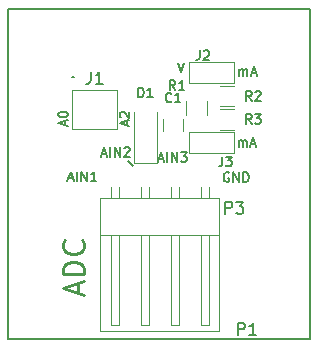
<source format=gbr>
G04 #@! TF.GenerationSoftware,KiCad,Pcbnew,6.0.4-1.fc34*
G04 #@! TF.CreationDate,2023-10-23T18:29:32+02:00*
G04 #@! TF.ProjectId,Microduino_ADC_DE,4d696372-6f64-4756-996e-6f5f4144435f,1.0*
G04 #@! TF.SameCoordinates,Original*
G04 #@! TF.FileFunction,Legend,Top*
G04 #@! TF.FilePolarity,Positive*
%FSLAX46Y46*%
G04 Gerber Fmt 4.6, Leading zero omitted, Abs format (unit mm)*
G04 Created by KiCad (PCBNEW 6.0.4-1.fc34) date 2023-10-23 18:29:32*
%MOMM*%
%LPD*%
G01*
G04 APERTURE LIST*
%ADD10C,0.150000*%
%ADD11C,0.250000*%
%ADD12C,0.120000*%
G04 APERTURE END LIST*
D10*
X138701000Y-62745000D02*
X138701000Y-90675000D01*
X148836000Y-75650000D02*
X149236000Y-76050000D01*
X164241000Y-62745000D02*
X138701000Y-62745000D01*
X144086000Y-68475000D02*
X144261000Y-68475000D01*
X138701000Y-90675000D02*
X164241000Y-90675000D01*
X164241000Y-90675000D02*
X164241000Y-62745000D01*
X143774214Y-77083333D02*
X144155166Y-77083333D01*
X143698023Y-77311904D02*
X143964690Y-76511904D01*
X144231357Y-77311904D01*
X144498023Y-77311904D02*
X144498023Y-76511904D01*
X144878976Y-77311904D02*
X144878976Y-76511904D01*
X145336119Y-77311904D01*
X145336119Y-76511904D01*
X146136119Y-77311904D02*
X145678976Y-77311904D01*
X145907547Y-77311904D02*
X145907547Y-76511904D01*
X145831357Y-76626190D01*
X145755166Y-76702380D01*
X145678976Y-76740476D01*
X153019333Y-67311904D02*
X153286000Y-68111904D01*
X153552666Y-67311904D01*
X151430047Y-75458333D02*
X151811000Y-75458333D01*
X151353857Y-75686904D02*
X151620523Y-74886904D01*
X151887190Y-75686904D01*
X152153857Y-75686904D02*
X152153857Y-74886904D01*
X152534809Y-75686904D02*
X152534809Y-74886904D01*
X152991952Y-75686904D01*
X152991952Y-74886904D01*
X153296714Y-74886904D02*
X153791952Y-74886904D01*
X153525285Y-75191666D01*
X153639571Y-75191666D01*
X153715761Y-75229761D01*
X153753857Y-75267857D01*
X153791952Y-75344047D01*
X153791952Y-75534523D01*
X153753857Y-75610714D01*
X153715761Y-75648809D01*
X153639571Y-75686904D01*
X153411000Y-75686904D01*
X153334809Y-75648809D01*
X153296714Y-75610714D01*
X146585880Y-75033333D02*
X146966833Y-75033333D01*
X146509690Y-75261904D02*
X146776357Y-74461904D01*
X147043023Y-75261904D01*
X147309690Y-75261904D02*
X147309690Y-74461904D01*
X147690642Y-75261904D02*
X147690642Y-74461904D01*
X148147785Y-75261904D01*
X148147785Y-74461904D01*
X148490642Y-74538095D02*
X148528738Y-74500000D01*
X148604928Y-74461904D01*
X148795404Y-74461904D01*
X148871595Y-74500000D01*
X148909690Y-74538095D01*
X148947785Y-74614285D01*
X148947785Y-74690476D01*
X148909690Y-74804761D01*
X148452547Y-75261904D01*
X148947785Y-75261904D01*
X148694333Y-72596428D02*
X148694333Y-72215476D01*
X148922904Y-72672619D02*
X148122904Y-72405952D01*
X148922904Y-72139285D01*
X148199095Y-71910714D02*
X148161000Y-71872619D01*
X148122904Y-71796428D01*
X148122904Y-71605952D01*
X148161000Y-71529761D01*
X148199095Y-71491666D01*
X148275285Y-71453571D01*
X148351476Y-71453571D01*
X148465761Y-71491666D01*
X148922904Y-71948809D01*
X148922904Y-71453571D01*
X158200285Y-74411904D02*
X158200285Y-73878571D01*
X158200285Y-73954761D02*
X158238380Y-73916666D01*
X158314571Y-73878571D01*
X158428857Y-73878571D01*
X158505047Y-73916666D01*
X158543142Y-73992857D01*
X158543142Y-74411904D01*
X158543142Y-73992857D02*
X158581238Y-73916666D01*
X158657428Y-73878571D01*
X158771714Y-73878571D01*
X158847904Y-73916666D01*
X158886000Y-73992857D01*
X158886000Y-74411904D01*
X159228857Y-74183333D02*
X159609809Y-74183333D01*
X159152666Y-74411904D02*
X159419333Y-73611904D01*
X159686000Y-74411904D01*
X158250285Y-68386904D02*
X158250285Y-67853571D01*
X158250285Y-67929761D02*
X158288380Y-67891666D01*
X158364571Y-67853571D01*
X158478857Y-67853571D01*
X158555047Y-67891666D01*
X158593142Y-67967857D01*
X158593142Y-68386904D01*
X158593142Y-67967857D02*
X158631238Y-67891666D01*
X158707428Y-67853571D01*
X158821714Y-67853571D01*
X158897904Y-67891666D01*
X158936000Y-67967857D01*
X158936000Y-68386904D01*
X159278857Y-68158333D02*
X159659809Y-68158333D01*
X159202666Y-68386904D02*
X159469333Y-67586904D01*
X159736000Y-68386904D01*
X157368023Y-76625000D02*
X157291833Y-76586904D01*
X157177547Y-76586904D01*
X157063261Y-76625000D01*
X156987071Y-76701190D01*
X156948976Y-76777380D01*
X156910880Y-76929761D01*
X156910880Y-77044047D01*
X156948976Y-77196428D01*
X156987071Y-77272619D01*
X157063261Y-77348809D01*
X157177547Y-77386904D01*
X157253738Y-77386904D01*
X157368023Y-77348809D01*
X157406119Y-77310714D01*
X157406119Y-77044047D01*
X157253738Y-77044047D01*
X157748976Y-77386904D02*
X157748976Y-76586904D01*
X158206119Y-77386904D01*
X158206119Y-76586904D01*
X158587071Y-77386904D02*
X158587071Y-76586904D01*
X158777547Y-76586904D01*
X158891833Y-76625000D01*
X158968023Y-76701190D01*
X159006119Y-76777380D01*
X159044214Y-76929761D01*
X159044214Y-77044047D01*
X159006119Y-77196428D01*
X158968023Y-77272619D01*
X158891833Y-77348809D01*
X158777547Y-77386904D01*
X158587071Y-77386904D01*
X143494333Y-72596428D02*
X143494333Y-72215476D01*
X143722904Y-72672619D02*
X142922904Y-72405952D01*
X143722904Y-72139285D01*
X142922904Y-71720238D02*
X142922904Y-71644047D01*
X142961000Y-71567857D01*
X142999095Y-71529761D01*
X143075285Y-71491666D01*
X143227666Y-71453571D01*
X143418142Y-71453571D01*
X143570523Y-71491666D01*
X143646714Y-71529761D01*
X143684809Y-71567857D01*
X143722904Y-71644047D01*
X143722904Y-71720238D01*
X143684809Y-71796428D01*
X143646714Y-71834523D01*
X143570523Y-71872619D01*
X143418142Y-71910714D01*
X143227666Y-71910714D01*
X143075285Y-71872619D01*
X142999095Y-71834523D01*
X142961000Y-71796428D01*
X142922904Y-71720238D01*
D11*
X144611000Y-86803571D02*
X144611000Y-85946428D01*
X145125285Y-86975000D02*
X143325285Y-86375000D01*
X145125285Y-85775000D01*
X145125285Y-85175000D02*
X143325285Y-85175000D01*
X143325285Y-84746428D01*
X143411000Y-84489285D01*
X143582428Y-84317857D01*
X143753857Y-84232142D01*
X144096714Y-84146428D01*
X144353857Y-84146428D01*
X144696714Y-84232142D01*
X144868142Y-84317857D01*
X145039571Y-84489285D01*
X145125285Y-84746428D01*
X145125285Y-85175000D01*
X144953857Y-82346428D02*
X145039571Y-82432142D01*
X145125285Y-82689285D01*
X145125285Y-82860714D01*
X145039571Y-83117857D01*
X144868142Y-83289285D01*
X144696714Y-83375000D01*
X144353857Y-83460714D01*
X144096714Y-83460714D01*
X143753857Y-83375000D01*
X143582428Y-83289285D01*
X143411000Y-83117857D01*
X143325285Y-82860714D01*
X143325285Y-82689285D01*
X143411000Y-82432142D01*
X143496714Y-82346428D01*
D10*
X157072904Y-80077380D02*
X157072904Y-79077380D01*
X157453857Y-79077380D01*
X157549095Y-79125000D01*
X157596714Y-79172619D01*
X157644333Y-79267857D01*
X157644333Y-79410714D01*
X157596714Y-79505952D01*
X157549095Y-79553571D01*
X157453857Y-79601190D01*
X157072904Y-79601190D01*
X157977666Y-79077380D02*
X158596714Y-79077380D01*
X158263380Y-79458333D01*
X158406238Y-79458333D01*
X158501476Y-79505952D01*
X158549095Y-79553571D01*
X158596714Y-79648809D01*
X158596714Y-79886904D01*
X158549095Y-79982142D01*
X158501476Y-80029761D01*
X158406238Y-80077380D01*
X158120523Y-80077380D01*
X158025285Y-80029761D01*
X157977666Y-79982142D01*
X152827666Y-69586904D02*
X152561000Y-69205952D01*
X152370523Y-69586904D02*
X152370523Y-68786904D01*
X152675285Y-68786904D01*
X152751476Y-68825000D01*
X152789571Y-68863095D01*
X152827666Y-68939285D01*
X152827666Y-69053571D01*
X152789571Y-69129761D01*
X152751476Y-69167857D01*
X152675285Y-69205952D01*
X152370523Y-69205952D01*
X153589571Y-69586904D02*
X153132428Y-69586904D01*
X153361000Y-69586904D02*
X153361000Y-68786904D01*
X153284809Y-68901190D01*
X153208619Y-68977380D01*
X153132428Y-69015476D01*
X159277666Y-70511904D02*
X159011000Y-70130952D01*
X158820523Y-70511904D02*
X158820523Y-69711904D01*
X159125285Y-69711904D01*
X159201476Y-69750000D01*
X159239571Y-69788095D01*
X159277666Y-69864285D01*
X159277666Y-69978571D01*
X159239571Y-70054761D01*
X159201476Y-70092857D01*
X159125285Y-70130952D01*
X158820523Y-70130952D01*
X159582428Y-69788095D02*
X159620523Y-69750000D01*
X159696714Y-69711904D01*
X159887190Y-69711904D01*
X159963380Y-69750000D01*
X160001476Y-69788095D01*
X160039571Y-69864285D01*
X160039571Y-69940476D01*
X160001476Y-70054761D01*
X159544333Y-70511904D01*
X160039571Y-70511904D01*
X152502666Y-70560714D02*
X152464571Y-70598809D01*
X152350285Y-70636904D01*
X152274095Y-70636904D01*
X152159809Y-70598809D01*
X152083619Y-70522619D01*
X152045523Y-70446428D01*
X152007428Y-70294047D01*
X152007428Y-70179761D01*
X152045523Y-70027380D01*
X152083619Y-69951190D01*
X152159809Y-69875000D01*
X152274095Y-69836904D01*
X152350285Y-69836904D01*
X152464571Y-69875000D01*
X152502666Y-69913095D01*
X153264571Y-70636904D02*
X152807428Y-70636904D01*
X153036000Y-70636904D02*
X153036000Y-69836904D01*
X152959809Y-69951190D01*
X152883619Y-70027380D01*
X152807428Y-70065476D01*
X149695523Y-70211904D02*
X149695523Y-69411904D01*
X149886000Y-69411904D01*
X150000285Y-69450000D01*
X150076476Y-69526190D01*
X150114571Y-69602380D01*
X150152666Y-69754761D01*
X150152666Y-69869047D01*
X150114571Y-70021428D01*
X150076476Y-70097619D01*
X150000285Y-70173809D01*
X149886000Y-70211904D01*
X149695523Y-70211904D01*
X150914571Y-70211904D02*
X150457428Y-70211904D01*
X150686000Y-70211904D02*
X150686000Y-69411904D01*
X150609809Y-69526190D01*
X150533619Y-69602380D01*
X150457428Y-69640476D01*
X159277666Y-72461904D02*
X159011000Y-72080952D01*
X158820523Y-72461904D02*
X158820523Y-71661904D01*
X159125285Y-71661904D01*
X159201476Y-71700000D01*
X159239571Y-71738095D01*
X159277666Y-71814285D01*
X159277666Y-71928571D01*
X159239571Y-72004761D01*
X159201476Y-72042857D01*
X159125285Y-72080952D01*
X158820523Y-72080952D01*
X159544333Y-71661904D02*
X160039571Y-71661904D01*
X159772904Y-71966666D01*
X159887190Y-71966666D01*
X159963380Y-72004761D01*
X160001476Y-72042857D01*
X160039571Y-72119047D01*
X160039571Y-72309523D01*
X160001476Y-72385714D01*
X159963380Y-72423809D01*
X159887190Y-72461904D01*
X159658619Y-72461904D01*
X159582428Y-72423809D01*
X159544333Y-72385714D01*
X154894333Y-66261904D02*
X154894333Y-66833333D01*
X154856238Y-66947619D01*
X154780047Y-67023809D01*
X154665761Y-67061904D01*
X154589571Y-67061904D01*
X155237190Y-66338095D02*
X155275285Y-66300000D01*
X155351476Y-66261904D01*
X155541952Y-66261904D01*
X155618142Y-66300000D01*
X155656238Y-66338095D01*
X155694333Y-66414285D01*
X155694333Y-66490476D01*
X155656238Y-66604761D01*
X155199095Y-67061904D01*
X155694333Y-67061904D01*
X156794333Y-75261904D02*
X156794333Y-75833333D01*
X156756238Y-75947619D01*
X156680047Y-76023809D01*
X156565761Y-76061904D01*
X156489571Y-76061904D01*
X157099095Y-75261904D02*
X157594333Y-75261904D01*
X157327666Y-75566666D01*
X157441952Y-75566666D01*
X157518142Y-75604761D01*
X157556238Y-75642857D01*
X157594333Y-75719047D01*
X157594333Y-75909523D01*
X157556238Y-75985714D01*
X157518142Y-76023809D01*
X157441952Y-76061904D01*
X157213380Y-76061904D01*
X157137190Y-76023809D01*
X157099095Y-75985714D01*
X145677666Y-68062380D02*
X145677666Y-68776666D01*
X145630047Y-68919523D01*
X145534809Y-69014761D01*
X145391952Y-69062380D01*
X145296714Y-69062380D01*
X146677666Y-69062380D02*
X146106238Y-69062380D01*
X146391952Y-69062380D02*
X146391952Y-68062380D01*
X146296714Y-68205238D01*
X146201476Y-68300476D01*
X146106238Y-68348095D01*
X158147904Y-90327380D02*
X158147904Y-89327380D01*
X158528857Y-89327380D01*
X158624095Y-89375000D01*
X158671714Y-89422619D01*
X158719333Y-89517857D01*
X158719333Y-89660714D01*
X158671714Y-89755952D01*
X158624095Y-89803571D01*
X158528857Y-89851190D01*
X158147904Y-89851190D01*
X159671714Y-90327380D02*
X159100285Y-90327380D01*
X159386000Y-90327380D02*
X159386000Y-89327380D01*
X159290761Y-89470238D01*
X159195523Y-89565476D01*
X159100285Y-89613095D01*
D12*
X152471000Y-81925000D02*
X152471000Y-89525000D01*
X155011000Y-89525000D02*
X155651000Y-89525000D01*
X147391000Y-78725000D02*
X147391000Y-77825000D01*
X146421000Y-90035000D02*
X156521000Y-90035000D01*
X152471000Y-81925000D02*
X152471000Y-89525000D01*
X147391000Y-89525000D02*
X148031000Y-89525000D01*
X149931000Y-81925000D02*
X149931000Y-89525000D01*
X147391000Y-89525000D02*
X148031000Y-89525000D01*
X150571000Y-89525000D02*
X150571000Y-81925000D01*
X155011000Y-89525000D02*
X155651000Y-89525000D01*
X150571000Y-77825000D02*
X150571000Y-78725000D01*
X147391000Y-81925000D02*
X147391000Y-89525000D01*
X152471000Y-78725000D02*
X152471000Y-77825000D01*
X155011000Y-78725000D02*
X155011000Y-77825000D01*
X150571000Y-77825000D02*
X150571000Y-78725000D01*
X152471000Y-89525000D02*
X153111000Y-89525000D01*
X155651000Y-77825000D02*
X155651000Y-78725000D01*
X153111000Y-77825000D02*
X153111000Y-78725000D01*
X148031000Y-89525000D02*
X148031000Y-81925000D01*
X155011000Y-81925000D02*
X155011000Y-89525000D01*
X155651000Y-77825000D02*
X155651000Y-78725000D01*
X150571000Y-77825000D02*
X150571000Y-78725000D01*
X150571000Y-89525000D02*
X150571000Y-81925000D01*
X155011000Y-89525000D02*
X155651000Y-89525000D01*
X149931000Y-78725000D02*
X149931000Y-77825000D01*
X156521000Y-90035000D02*
X156521000Y-78725000D01*
X152471000Y-78725000D02*
X152471000Y-77825000D01*
X146421000Y-78725000D02*
X146421000Y-90035000D01*
X153111000Y-89525000D02*
X153111000Y-81925000D01*
X155651000Y-77825000D02*
X155651000Y-78725000D01*
X148031000Y-77825000D02*
X148031000Y-78725000D01*
X155011000Y-81925000D02*
X155011000Y-89525000D01*
X152471000Y-78725000D02*
X152471000Y-77825000D01*
X155011000Y-78725000D02*
X155011000Y-77825000D01*
X152471000Y-81925000D02*
X152471000Y-89525000D01*
X155651000Y-89525000D02*
X155651000Y-81925000D01*
X147391000Y-78725000D02*
X147391000Y-77825000D01*
X147391000Y-89525000D02*
X148031000Y-89525000D01*
X156521000Y-81925000D02*
X146421000Y-81925000D01*
X155651000Y-77825000D02*
X155651000Y-78725000D01*
X153111000Y-89525000D02*
X153111000Y-81925000D01*
X149931000Y-89525000D02*
X150571000Y-89525000D01*
X150571000Y-77825000D02*
X150571000Y-78725000D01*
X152471000Y-89525000D02*
X153111000Y-89525000D01*
X153111000Y-89525000D02*
X153111000Y-81925000D01*
X147391000Y-78725000D02*
X147391000Y-77825000D01*
X152471000Y-78725000D02*
X152471000Y-77825000D01*
X149931000Y-89525000D02*
X150571000Y-89525000D01*
X155011000Y-81925000D02*
X155011000Y-89525000D01*
X148031000Y-77825000D02*
X148031000Y-78725000D01*
X155011000Y-78725000D02*
X155011000Y-77825000D01*
X149931000Y-78725000D02*
X149931000Y-77825000D01*
X148031000Y-77825000D02*
X148031000Y-78725000D01*
X153111000Y-89525000D02*
X153111000Y-81925000D01*
X155011000Y-89525000D02*
X155651000Y-89525000D01*
X147391000Y-81925000D02*
X147391000Y-89525000D01*
X148031000Y-89525000D02*
X148031000Y-81925000D01*
X155651000Y-89525000D02*
X155651000Y-81925000D01*
X149931000Y-89525000D02*
X150571000Y-89525000D01*
X153111000Y-77825000D02*
X153111000Y-78725000D01*
X155011000Y-78725000D02*
X155011000Y-77825000D01*
X149931000Y-89525000D02*
X150571000Y-89525000D01*
X155011000Y-81925000D02*
X155011000Y-89525000D01*
X152471000Y-81925000D02*
X152471000Y-89525000D01*
X155651000Y-89525000D02*
X155651000Y-81925000D01*
X155651000Y-89525000D02*
X155651000Y-81925000D01*
X149931000Y-81925000D02*
X149931000Y-89525000D01*
X149931000Y-81925000D02*
X149931000Y-89525000D01*
X149931000Y-78725000D02*
X149931000Y-77825000D01*
X147391000Y-89525000D02*
X148031000Y-89525000D01*
X153111000Y-77825000D02*
X153111000Y-78725000D01*
X147391000Y-78725000D02*
X147391000Y-77825000D01*
X147391000Y-81925000D02*
X147391000Y-89525000D01*
X152471000Y-89525000D02*
X153111000Y-89525000D01*
X149931000Y-78725000D02*
X149931000Y-77825000D01*
X150571000Y-89525000D02*
X150571000Y-81925000D01*
X148031000Y-89525000D02*
X148031000Y-81925000D01*
X148031000Y-77825000D02*
X148031000Y-78725000D01*
X149931000Y-81925000D02*
X149931000Y-89525000D01*
X148031000Y-89525000D02*
X148031000Y-81925000D01*
X150571000Y-89525000D02*
X150571000Y-81925000D01*
X156521000Y-78725000D02*
X146421000Y-78725000D01*
X152471000Y-89525000D02*
X153111000Y-89525000D01*
X153111000Y-77825000D02*
X153111000Y-78725000D01*
X147391000Y-81925000D02*
X147391000Y-89525000D01*
X155516000Y-70550000D02*
X155516000Y-71750000D01*
X153756000Y-71750000D02*
X153756000Y-70550000D01*
X157786000Y-71005000D02*
X156586000Y-71005000D01*
X156586000Y-69245000D02*
X157786000Y-69245000D01*
X153511000Y-73050000D02*
X153511000Y-72050000D01*
X151811000Y-72050000D02*
X151811000Y-73050000D01*
X149311000Y-71450000D02*
X149311000Y-75750000D01*
X149311000Y-75750000D02*
X151311000Y-75750000D01*
X151311000Y-75750000D02*
X151311000Y-71450000D01*
X156586000Y-71220000D02*
X157786000Y-71220000D01*
X157786000Y-72980000D02*
X156586000Y-72980000D01*
X157821000Y-69040000D02*
X157821000Y-67260000D01*
X154001000Y-69040000D02*
X154001000Y-67260000D01*
X154001000Y-69040000D02*
X157821000Y-69040000D01*
X157821000Y-67260000D02*
X154001000Y-67260000D01*
X154001000Y-74965000D02*
X154001000Y-73185000D01*
X157821000Y-74965000D02*
X157821000Y-73185000D01*
X157821000Y-73185000D02*
X154001000Y-73185000D01*
X154001000Y-74965000D02*
X157821000Y-74965000D01*
X144101000Y-71110000D02*
X144101000Y-72890000D01*
X147921000Y-71110000D02*
X147921000Y-72890000D01*
X144101000Y-71110000D02*
X144101000Y-69580000D01*
X147921000Y-71110000D02*
X147921000Y-69580000D01*
X144101000Y-72890000D02*
X147921000Y-72890000D01*
X147921000Y-69580000D02*
X144101000Y-69580000D01*
M02*

</source>
